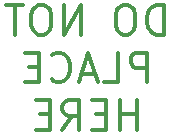
<source format=gbo>
G04 #@! TF.GenerationSoftware,KiCad,Pcbnew,8.0.6*
G04 #@! TF.CreationDate,2024-12-13T00:51:39+01:00*
G04 #@! TF.ProjectId,ps2-tatacon-rp2040,7073322d-7461-4746-9163-6f6e2d727032,rev?*
G04 #@! TF.SameCoordinates,Original*
G04 #@! TF.FileFunction,Legend,Bot*
G04 #@! TF.FilePolarity,Positive*
%FSLAX46Y46*%
G04 Gerber Fmt 4.6, Leading zero omitted, Abs format (unit mm)*
G04 Created by KiCad (PCBNEW 8.0.6) date 2024-12-13 00:51:39*
%MOMM*%
%LPD*%
G01*
G04 APERTURE LIST*
G04 Aperture macros list*
%AMRoundRect*
0 Rectangle with rounded corners*
0 $1 Rounding radius*
0 $2 $3 $4 $5 $6 $7 $8 $9 X,Y pos of 4 corners*
0 Add a 4 corners polygon primitive as box body*
4,1,4,$2,$3,$4,$5,$6,$7,$8,$9,$2,$3,0*
0 Add four circle primitives for the rounded corners*
1,1,$1+$1,$2,$3*
1,1,$1+$1,$4,$5*
1,1,$1+$1,$6,$7*
1,1,$1+$1,$8,$9*
0 Add four rect primitives between the rounded corners*
20,1,$1+$1,$2,$3,$4,$5,0*
20,1,$1+$1,$4,$5,$6,$7,0*
20,1,$1+$1,$6,$7,$8,$9,0*
20,1,$1+$1,$8,$9,$2,$3,0*%
G04 Aperture macros list end*
%ADD10C,0.350000*%
%ADD11O,1.350000X2.000000*%
%ADD12RoundRect,0.400000X-0.400000X0.900000X-0.400000X-0.900000X0.400000X-0.900000X0.400000X0.900000X0*%
%ADD13RoundRect,0.400050X-0.400050X0.899950X-0.400050X-0.899950X0.400050X-0.899950X0.400050X0.899950X0*%
%ADD14RoundRect,0.400000X-0.900000X0.400000X-0.900000X-0.400000X0.900000X-0.400000X0.900000X0.400000X0*%
%ADD15RoundRect,0.393700X-0.906300X0.393700X-0.906300X-0.393700X0.906300X-0.393700X0.906300X0.393700X0*%
%ADD16R,1.700000X1.700000*%
%ADD17O,1.700000X1.700000*%
G04 APERTURE END LIST*
D10*
X73088095Y-38976127D02*
X73088095Y-36476127D01*
X73088095Y-36476127D02*
X72492857Y-36476127D01*
X72492857Y-36476127D02*
X72135714Y-36595175D01*
X72135714Y-36595175D02*
X71897619Y-36833270D01*
X71897619Y-36833270D02*
X71778572Y-37071365D01*
X71778572Y-37071365D02*
X71659524Y-37547556D01*
X71659524Y-37547556D02*
X71659524Y-37904699D01*
X71659524Y-37904699D02*
X71778572Y-38380889D01*
X71778572Y-38380889D02*
X71897619Y-38618984D01*
X71897619Y-38618984D02*
X72135714Y-38857080D01*
X72135714Y-38857080D02*
X72492857Y-38976127D01*
X72492857Y-38976127D02*
X73088095Y-38976127D01*
X70111905Y-36476127D02*
X69635714Y-36476127D01*
X69635714Y-36476127D02*
X69397619Y-36595175D01*
X69397619Y-36595175D02*
X69159524Y-36833270D01*
X69159524Y-36833270D02*
X69040476Y-37309460D01*
X69040476Y-37309460D02*
X69040476Y-38142794D01*
X69040476Y-38142794D02*
X69159524Y-38618984D01*
X69159524Y-38618984D02*
X69397619Y-38857080D01*
X69397619Y-38857080D02*
X69635714Y-38976127D01*
X69635714Y-38976127D02*
X70111905Y-38976127D01*
X70111905Y-38976127D02*
X70350000Y-38857080D01*
X70350000Y-38857080D02*
X70588095Y-38618984D01*
X70588095Y-38618984D02*
X70707143Y-38142794D01*
X70707143Y-38142794D02*
X70707143Y-37309460D01*
X70707143Y-37309460D02*
X70588095Y-36833270D01*
X70588095Y-36833270D02*
X70350000Y-36595175D01*
X70350000Y-36595175D02*
X70111905Y-36476127D01*
X66064285Y-38976127D02*
X66064285Y-36476127D01*
X66064285Y-36476127D02*
X64635714Y-38976127D01*
X64635714Y-38976127D02*
X64635714Y-36476127D01*
X62969047Y-36476127D02*
X62492856Y-36476127D01*
X62492856Y-36476127D02*
X62254761Y-36595175D01*
X62254761Y-36595175D02*
X62016666Y-36833270D01*
X62016666Y-36833270D02*
X61897618Y-37309460D01*
X61897618Y-37309460D02*
X61897618Y-38142794D01*
X61897618Y-38142794D02*
X62016666Y-38618984D01*
X62016666Y-38618984D02*
X62254761Y-38857080D01*
X62254761Y-38857080D02*
X62492856Y-38976127D01*
X62492856Y-38976127D02*
X62969047Y-38976127D01*
X62969047Y-38976127D02*
X63207142Y-38857080D01*
X63207142Y-38857080D02*
X63445237Y-38618984D01*
X63445237Y-38618984D02*
X63564285Y-38142794D01*
X63564285Y-38142794D02*
X63564285Y-37309460D01*
X63564285Y-37309460D02*
X63445237Y-36833270D01*
X63445237Y-36833270D02*
X63207142Y-36595175D01*
X63207142Y-36595175D02*
X62969047Y-36476127D01*
X61183332Y-36476127D02*
X59754761Y-36476127D01*
X60469047Y-38976127D02*
X60469047Y-36476127D01*
X71719047Y-43000987D02*
X71719047Y-40500987D01*
X71719047Y-40500987D02*
X70766666Y-40500987D01*
X70766666Y-40500987D02*
X70528571Y-40620035D01*
X70528571Y-40620035D02*
X70409524Y-40739082D01*
X70409524Y-40739082D02*
X70290476Y-40977178D01*
X70290476Y-40977178D02*
X70290476Y-41334320D01*
X70290476Y-41334320D02*
X70409524Y-41572416D01*
X70409524Y-41572416D02*
X70528571Y-41691463D01*
X70528571Y-41691463D02*
X70766666Y-41810511D01*
X70766666Y-41810511D02*
X71719047Y-41810511D01*
X68028571Y-43000987D02*
X69219047Y-43000987D01*
X69219047Y-43000987D02*
X69219047Y-40500987D01*
X67314285Y-42286701D02*
X66123809Y-42286701D01*
X67552380Y-43000987D02*
X66719047Y-40500987D01*
X66719047Y-40500987D02*
X65885714Y-43000987D01*
X63623809Y-42762892D02*
X63742857Y-42881940D01*
X63742857Y-42881940D02*
X64099999Y-43000987D01*
X64099999Y-43000987D02*
X64338095Y-43000987D01*
X64338095Y-43000987D02*
X64695238Y-42881940D01*
X64695238Y-42881940D02*
X64933333Y-42643844D01*
X64933333Y-42643844D02*
X65052380Y-42405749D01*
X65052380Y-42405749D02*
X65171428Y-41929559D01*
X65171428Y-41929559D02*
X65171428Y-41572416D01*
X65171428Y-41572416D02*
X65052380Y-41096225D01*
X65052380Y-41096225D02*
X64933333Y-40858130D01*
X64933333Y-40858130D02*
X64695238Y-40620035D01*
X64695238Y-40620035D02*
X64338095Y-40500987D01*
X64338095Y-40500987D02*
X64099999Y-40500987D01*
X64099999Y-40500987D02*
X63742857Y-40620035D01*
X63742857Y-40620035D02*
X63623809Y-40739082D01*
X62552380Y-41691463D02*
X61719047Y-41691463D01*
X61361904Y-43000987D02*
X62552380Y-43000987D01*
X62552380Y-43000987D02*
X62552380Y-40500987D01*
X62552380Y-40500987D02*
X61361904Y-40500987D01*
X70826190Y-47025847D02*
X70826190Y-44525847D01*
X70826190Y-45716323D02*
X69397619Y-45716323D01*
X69397619Y-47025847D02*
X69397619Y-44525847D01*
X68207142Y-45716323D02*
X67373809Y-45716323D01*
X67016666Y-47025847D02*
X68207142Y-47025847D01*
X68207142Y-47025847D02*
X68207142Y-44525847D01*
X68207142Y-44525847D02*
X67016666Y-44525847D01*
X64516666Y-47025847D02*
X65349999Y-45835371D01*
X65945237Y-47025847D02*
X65945237Y-44525847D01*
X65945237Y-44525847D02*
X64992856Y-44525847D01*
X64992856Y-44525847D02*
X64754761Y-44644895D01*
X64754761Y-44644895D02*
X64635714Y-44763942D01*
X64635714Y-44763942D02*
X64516666Y-45002038D01*
X64516666Y-45002038D02*
X64516666Y-45359180D01*
X64516666Y-45359180D02*
X64635714Y-45597276D01*
X64635714Y-45597276D02*
X64754761Y-45716323D01*
X64754761Y-45716323D02*
X64992856Y-45835371D01*
X64992856Y-45835371D02*
X65945237Y-45835371D01*
X63445237Y-45716323D02*
X62611904Y-45716323D01*
X62254761Y-47025847D02*
X63445237Y-47025847D01*
X63445237Y-47025847D02*
X63445237Y-44525847D01*
X63445237Y-44525847D02*
X62254761Y-44525847D01*
%LPC*%
D11*
X38700000Y-39200000D03*
X42700000Y-39200000D03*
D12*
X76300000Y-49840000D03*
X73760000Y-49840000D03*
X71220000Y-49840000D03*
X68680000Y-49840000D03*
X66140000Y-49840000D03*
D13*
X63600000Y-49840000D03*
X61060000Y-49840000D03*
X58520000Y-49840000D03*
X55980000Y-49840000D03*
D14*
X55170000Y-46700000D03*
D15*
X55170000Y-44160000D03*
X55170000Y-41620000D03*
X55170000Y-39080000D03*
X55170000Y-36540000D03*
D13*
X55980000Y-33400000D03*
X58520000Y-33400000D03*
X61060000Y-33400000D03*
X63600000Y-33400000D03*
X66140000Y-33400000D03*
X68680000Y-33400000D03*
X71220000Y-33400000D03*
X73760000Y-33400000D03*
X76300000Y-33400000D03*
D16*
X40220000Y-27900000D03*
D17*
X42760000Y-27900000D03*
X45300000Y-27900000D03*
D11*
X63000000Y-26350000D03*
X67000000Y-26350000D03*
X41150000Y-48650000D03*
X43650000Y-48650000D03*
X46150000Y-48650000D03*
X48650000Y-48650000D03*
%LPD*%
M02*

</source>
